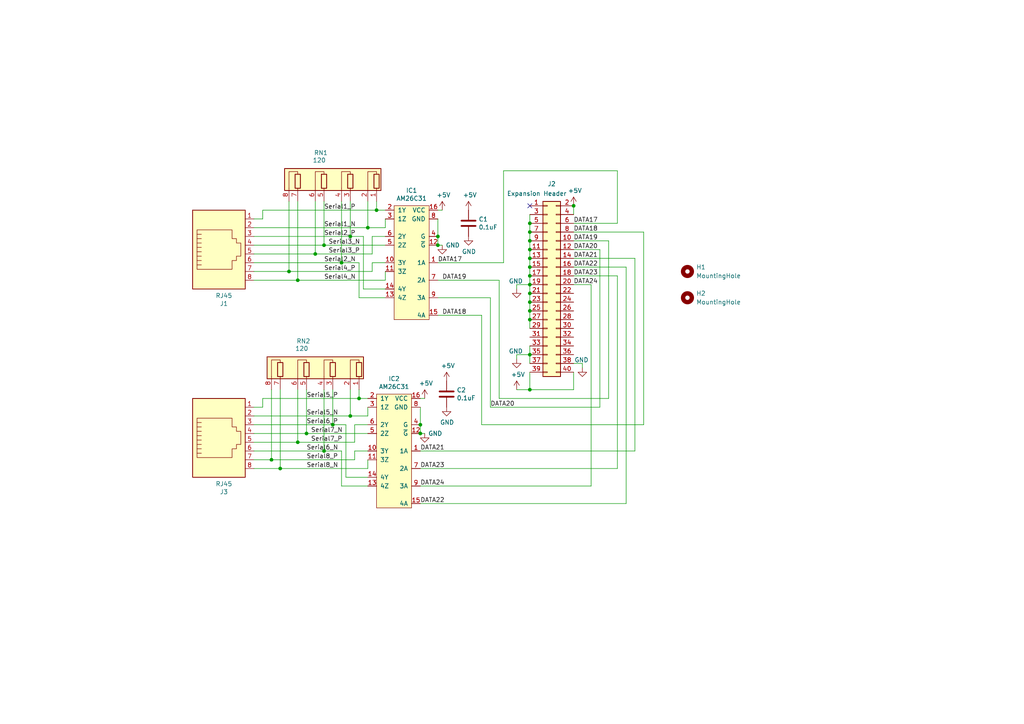
<source format=kicad_sch>
(kicad_sch (version 20231120) (generator "eeschema") (generator_version "8.0")
  (paper "A4")
  (title_block (title "Octo Diff") (date "2024-11-22") (rev "v1") (company "Scott Hanson"))
  (lib_symbols
    (symbol "Connector:RJ45" (pin_names (offset 1.016))
      (property "Reference" "J" (at -5.08 13.97 0))
      (property "Value" "RJ45" (at 2.54 13.97 0))
      (symbol "RJ45_0_1"
        (polyline (pts (xy -5.08 4.445) (xy -6.35 4.445)))
        (polyline (pts (xy -5.08 5.715) (xy -6.35 5.715)))
        (polyline (pts (xy -6.35 -3.175) (xy -5.08 -3.175) (xy -5.08 -3.175)))
        (polyline (pts (xy -6.35 -1.905) (xy -5.08 -1.905) (xy -5.08 -1.905)))
        (polyline (pts (xy -6.35 -0.635) (xy -5.08 -0.635) (xy -5.08 -0.635)))
        (polyline (pts (xy -6.35 0.635) (xy -5.08 0.635) (xy -5.08 0.635)))
        (polyline (pts (xy -6.35 1.905) (xy -5.08 1.905) (xy -5.08 1.905)))
        (polyline (pts (xy -5.08 3.175) (xy -6.35 3.175) (xy -6.35 3.175)))
        (polyline (pts (xy -6.35 -4.445) (xy -6.35 6.985) (xy 3.81 6.985) (xy 3.81 4.445) (xy 5.08 4.445) (xy 5.08 3.175) (xy 6.35 3.175) (xy 6.35 -0.635) (xy 5.08 -0.635) (xy 5.08 -1.905) (xy 3.81 -1.905) (xy 3.81 -4.445) (xy -6.35 -4.445) (xy -6.35 -4.445)))
        (rectangle (start 7.62 12.7) (end -7.62 -10.16) (stroke (width 0.254)) (fill (type background)))
      )
      (symbol "RJ45_1_1"
        (pin passive line (at 10.16 -7.62 180) (length 2.54) (name "~") (number "1"))
        (pin passive line (at 10.16 -5.08 180) (length 2.54) (name "~") (number "2"))
        (pin passive line (at 10.16 -2.54 180) (length 2.54) (name "~") (number "3"))
        (pin passive line (at 10.16 0 180) (length 2.54) (name "~") (number "4"))
        (pin passive line (at 10.16 2.54 180) (length 2.54) (name "~") (number "5"))
        (pin passive line (at 10.16 5.08 180) (length 2.54) (name "~") (number "6"))
        (pin passive line (at 10.16 7.62 180) (length 2.54) (name "~") (number "7"))
        (pin passive line (at 10.16 10.16 180) (length 2.54) (name "~") (number "8"))
      )
    )
    (symbol "Connector_Generic:Conn_02x20_Odd_Even" (pin_names (offset 1.016) hide)
      (property "Reference" "J" (at 1.27 25.4 0))
      (property "Value" "Conn_02x20_Odd_Even" (at 1.27 -27.94 0))
      (symbol "Conn_02x20_Odd_Even_1_1"
        (rectangle (start -1.27 -25.273) (end 0 -25.527) (stroke (width 0.1524)))
        (rectangle (start -1.27 -22.733) (end 0 -22.987) (stroke (width 0.1524)))
        (rectangle (start -1.27 -20.193) (end 0 -20.447) (stroke (width 0.1524)))
        (rectangle (start -1.27 -17.653) (end 0 -17.907) (stroke (width 0.1524)))
        (rectangle (start -1.27 -15.113) (end 0 -15.367) (stroke (width 0.1524)))
        (rectangle (start -1.27 -12.573) (end 0 -12.827) (stroke (width 0.1524)))
        (rectangle (start -1.27 -10.033) (end 0 -10.287) (stroke (width 0.1524)))
        (rectangle (start -1.27 -7.493) (end 0 -7.747) (stroke (width 0.1524)))
        (rectangle (start -1.27 -4.953) (end 0 -5.207) (stroke (width 0.1524)))
        (rectangle (start -1.27 -2.413) (end 0 -2.667) (stroke (width 0.1524)))
        (rectangle (start -1.27 0.127) (end 0 -0.127) (stroke (width 0.1524)))
        (rectangle (start -1.27 2.667) (end 0 2.413) (stroke (width 0.1524)))
        (rectangle (start -1.27 5.207) (end 0 4.953) (stroke (width 0.1524)))
        (rectangle (start -1.27 7.747) (end 0 7.493) (stroke (width 0.1524)))
        (rectangle (start -1.27 10.287) (end 0 10.033) (stroke (width 0.1524)))
        (rectangle (start -1.27 12.827) (end 0 12.573) (stroke (width 0.1524)))
        (rectangle (start -1.27 15.367) (end 0 15.113) (stroke (width 0.1524)))
        (rectangle (start -1.27 17.907) (end 0 17.653) (stroke (width 0.1524)))
        (rectangle (start -1.27 20.447) (end 0 20.193) (stroke (width 0.1524)))
        (rectangle (start -1.27 22.987) (end 0 22.733) (stroke (width 0.1524)))
        (rectangle (start -1.27 24.13) (end 3.81 -26.67) (stroke (width 0.254)) (fill (type background)))
        (rectangle (start 3.81 -25.273) (end 2.54 -25.527) (stroke (width 0.1524)))
        (rectangle (start 3.81 -22.733) (end 2.54 -22.987) (stroke (width 0.1524)))
        (rectangle (start 3.81 -20.193) (end 2.54 -20.447) (stroke (width 0.1524)))
        (rectangle (start 3.81 -17.653) (end 2.54 -17.907) (stroke (width 0.1524)))
        (rectangle (start 3.81 -15.113) (end 2.54 -15.367) (stroke (width 0.1524)))
        (rectangle (start 3.81 -12.573) (end 2.54 -12.827) (stroke (width 0.1524)))
        (rectangle (start 3.81 -10.033) (end 2.54 -10.287) (stroke (width 0.1524)))
        (rectangle (start 3.81 -7.493) (end 2.54 -7.747) (stroke (width 0.1524)))
        (rectangle (start 3.81 -4.953) (end 2.54 -5.207) (stroke (width 0.1524)))
        (rectangle (start 3.81 -2.413) (end 2.54 -2.667) (stroke (width 0.1524)))
        (rectangle (start 3.81 0.127) (end 2.54 -0.127) (stroke (width 0.1524)))
        (rectangle (start 3.81 2.667) (end 2.54 2.413) (stroke (width 0.1524)))
        (rectangle (start 3.81 5.207) (end 2.54 4.953) (stroke (width 0.1524)))
        (rectangle (start 3.81 7.747) (end 2.54 7.493) (stroke (width 0.1524)))
        (rectangle (start 3.81 10.287) (end 2.54 10.033) (stroke (width 0.1524)))
        (rectangle (start 3.81 12.827) (end 2.54 12.573) (stroke (width 0.1524)))
        (rectangle (start 3.81 15.367) (end 2.54 15.113) (stroke (width 0.1524)))
        (rectangle (start 3.81 17.907) (end 2.54 17.653) (stroke (width 0.1524)))
        (rectangle (start 3.81 20.447) (end 2.54 20.193) (stroke (width 0.1524)))
        (rectangle (start 3.81 22.987) (end 2.54 22.733) (stroke (width 0.1524)))
        (pin passive line (at -5.08 22.86 0) (length 3.81) (name "Pin_1") (number "1"))
        (pin passive line (at 7.62 12.7 180) (length 3.81) (name "Pin_10") (number "10"))
        (pin passive line (at -5.08 10.16 0) (length 3.81) (name "Pin_11") (number "11"))
        (pin passive line (at 7.62 10.16 180) (length 3.81) (name "Pin_12") (number "12"))
        (pin passive line (at -5.08 7.62 0) (length 3.81) (name "Pin_13") (number "13"))
        (pin passive line (at 7.62 7.62 180) (length 3.81) (name "Pin_14") (number "14"))
        (pin passive line (at -5.08 5.08 0) (length 3.81) (name "Pin_15") (number "15"))
        (pin passive line (at 7.62 5.08 180) (length 3.81) (name "Pin_16") (number "16"))
        (pin passive line (at -5.08 2.54 0) (length 3.81) (name "Pin_17") (number "17"))
        (pin passive line (at 7.62 2.54 180) (length 3.81) (name "Pin_18") (number "18"))
        (pin passive line (at -5.08 0 0) (length 3.81) (name "Pin_19") (number "19"))
        (pin passive line (at 7.62 22.86 180) (length 3.81) (name "Pin_2") (number "2"))
        (pin passive line (at 7.62 0 180) (length 3.81) (name "Pin_20") (number "20"))
        (pin passive line (at -5.08 -2.54 0) (length 3.81) (name "Pin_21") (number "21"))
        (pin passive line (at 7.62 -2.54 180) (length 3.81) (name "Pin_22") (number "22"))
        (pin passive line (at -5.08 -5.08 0) (length 3.81) (name "Pin_23") (number "23"))
        (pin passive line (at 7.62 -5.08 180) (length 3.81) (name "Pin_24") (number "24"))
        (pin passive line (at -5.08 -7.62 0) (length 3.81) (name "Pin_25") (number "25"))
        (pin passive line (at 7.62 -7.62 180) (length 3.81) (name "Pin_26") (number "26"))
        (pin passive line (at -5.08 -10.16 0) (length 3.81) (name "Pin_27") (number "27"))
        (pin passive line (at 7.62 -10.16 180) (length 3.81) (name "Pin_28") (number "28"))
        (pin passive line (at -5.08 -12.7 0) (length 3.81) (name "Pin_29") (number "29"))
        (pin passive line (at -5.08 20.32 0) (length 3.81) (name "Pin_3") (number "3"))
        (pin passive line (at 7.62 -12.7 180) (length 3.81) (name "Pin_30") (number "30"))
        (pin passive line (at -5.08 -15.24 0) (length 3.81) (name "Pin_31") (number "31"))
        (pin passive line (at 7.62 -15.24 180) (length 3.81) (name "Pin_32") (number "32"))
        (pin passive line (at -5.08 -17.78 0) (length 3.81) (name "Pin_33") (number "33"))
        (pin passive line (at 7.62 -17.78 180) (length 3.81) (name "Pin_34") (number "34"))
        (pin passive line (at -5.08 -20.32 0) (length 3.81) (name "Pin_35") (number "35"))
        (pin passive line (at 7.62 -20.32 180) (length 3.81) (name "Pin_36") (number "36"))
        (pin passive line (at -5.08 -22.86 0) (length 3.81) (name "Pin_37") (number "37"))
        (pin passive line (at 7.62 -22.86 180) (length 3.81) (name "Pin_38") (number "38"))
        (pin passive line (at -5.08 -25.4 0) (length 3.81) (name "Pin_39") (number "39"))
        (pin passive line (at 7.62 20.32 180) (length 3.81) (name "Pin_4") (number "4"))
        (pin passive line (at 7.62 -25.4 180) (length 3.81) (name "Pin_40") (number "40"))
        (pin passive line (at -5.08 17.78 0) (length 3.81) (name "Pin_5") (number "5"))
        (pin passive line (at 7.62 17.78 180) (length 3.81) (name "Pin_6") (number "6"))
        (pin passive line (at -5.08 15.24 0) (length 3.81) (name "Pin_7") (number "7"))
        (pin passive line (at 7.62 15.24 180) (length 3.81) (name "Pin_8") (number "8"))
        (pin passive line (at -5.08 12.7 0) (length 3.81) (name "Pin_9") (number "9"))
      )
    )
    (symbol "Device:C" (pin_numbers hide) (pin_names (offset 0.254))
      (property "Reference" "C" (at 0.635 2.54 0))
      (property "Value" "C" (at 0.635 -2.54 0))
      (symbol "C_0_1"
        (polyline (pts (xy -2.032 -0.762) (xy 2.032 -0.762)) (stroke (width 0.508)))
        (polyline (pts (xy -2.032 0.762) (xy 2.032 0.762)) (stroke (width 0.508)))
      )
      (symbol "C_1_1"
        (pin passive line (at 0 3.81 270) (length 2.794) (name "~") (number "1"))
        (pin passive line (at 0 -3.81 90) (length 2.794) (name "~") (number "2"))
      )
    )
    (symbol "Device:R_Pack04_SIP" (pin_names (offset 0) hide)
      (property "Reference" "RN" (at -15.24 0 90))
      (property "Value" "R_Pack04_SIP" (at 15.24 0 90))
      (symbol "R_Pack04_SIP_0_1"
        (rectangle (start -13.97 -1.905) (end 13.97 4.445) (stroke (width 0.254)) (fill (type background)))
        (rectangle (start -13.462 2.794) (end -11.938 -1.27) (stroke (width 0.254)))
        (rectangle (start -5.842 2.794) (end -4.318 -1.27) (stroke (width 0.254)))
        (polyline (pts (xy -12.7 2.794) (xy -12.7 3.556) (xy -10.16 3.556) (xy -10.16 -1.27)))
        (polyline (pts (xy -5.08 2.794) (xy -5.08 3.556) (xy -2.54 3.556) (xy -2.54 -1.27)))
        (polyline (pts (xy 2.54 2.794) (xy 2.54 3.556) (xy 5.08 3.556) (xy 5.08 -1.27)))
        (polyline (pts (xy 10.16 2.794) (xy 10.16 3.556) (xy 12.7 3.556) (xy 12.7 -1.27)))
        (rectangle (start 1.778 2.794) (end 3.302 -1.27) (stroke (width 0.254)))
        (rectangle (start 9.398 2.794) (end 10.922 -1.27) (stroke (width 0.254)))
      )
      (symbol "R_Pack04_SIP_1_1"
        (pin passive line (at -12.7 -5.08 90) (length 3.81) (name "R1.1") (number "1"))
        (pin passive line (at -10.16 -5.08 90) (length 3.81) (name "R1.2") (number "2"))
        (pin passive line (at -5.08 -5.08 90) (length 3.81) (name "R2.1") (number "3"))
        (pin passive line (at -2.54 -5.08 90) (length 3.81) (name "R2.2") (number "4"))
        (pin passive line (at 2.54 -5.08 90) (length 3.81) (name "R3.1") (number "5"))
        (pin passive line (at 5.08 -5.08 90) (length 3.81) (name "R3.2") (number "6"))
        (pin passive line (at 10.16 -5.08 90) (length 3.81) (name "R4.1") (number "7"))
        (pin passive line (at 12.7 -5.08 90) (length 3.81) (name "R4.2") (number "8"))
      )
    )
    (symbol "Mechanical:MountingHole" (pin_names (offset 1.016)) (exclude_from_sim yes) (in_bom no)
      (property "Reference" "H" (at 0 5.08 0))
      (property "Value" "MountingHole" (at 0 3.175 0))
      (symbol "MountingHole_0_1"
        (circle (center 0 0) (radius 1.27) (stroke (width 1.27)))
      )
    )
    (symbol "Quad_Diff_Out-rescue:AM26C31-AM26C31" (pin_names (offset 1.016))
      (property "Reference" "IC" (at -5.08 17.78 0))
      (property "Value" "AM26C31_AM26C31" (at -5.08 -17.78 0))
      (symbol "AM26C31-AM26C31_0_0"
        (pin input line (at -7.62 0 0) (length 2.54) (name "1A") (number "1"))
        (pin output line (at 7.62 0 180) (length 2.54) (name "3Y") (number "10"))
        (pin output line (at 7.62 -2.54 180) (length 2.54) (name "3Z") (number "11"))
        (pin input line (at -7.62 5.08 0) (length 2.54) (name "~{G}") (number "12"))
        (pin output line (at 7.62 -10.16 180) (length 2.54) (name "4Z") (number "13"))
        (pin output line (at 7.62 -7.62 180) (length 2.54) (name "4Y") (number "14"))
        (pin input line (at -7.62 -15.24 0) (length 2.54) (name "4A") (number "15"))
        (pin power_in line (at -7.62 15.24 0) (length 2.54) (name "VCC") (number "16"))
        (pin output line (at 7.62 15.24 180) (length 2.54) (name "1Y") (number "2"))
        (pin output line (at 7.62 12.7 180) (length 2.54) (name "1Z") (number "3"))
        (pin input line (at -7.62 7.62 0) (length 2.54) (name "G") (number "4"))
        (pin output line (at 7.62 5.08 180) (length 2.54) (name "2Z") (number "5"))
        (pin output line (at 7.62 7.62 180) (length 2.54) (name "2Y") (number "6"))
        (pin input line (at -7.62 -5.08 0) (length 2.54) (name "2A") (number "7"))
        (pin power_in line (at -7.62 12.7 0) (length 2.54) (name "GND") (number "8"))
        (pin input line (at -7.62 -10.16 0) (length 2.54) (name "3A") (number "9"))
      )
      (symbol "AM26C31-AM26C31_0_1"
        (rectangle (start -5.08 16.51) (end 5.08 -16.51) (fill (type background)))
      )
    )
    (symbol "power:+5V" (power) (pin_names (offset 0))
      (property "Value" "+5V" (at 0 3.556 0))
      (symbol "+5V_0_1"
        (polyline (pts (xy -0.762 1.27) (xy 0 2.54)))
        (polyline (pts (xy 0 0) (xy 0 2.54)))
        (polyline (pts (xy 0 2.54) (xy 0.762 1.27)))
      )
      (symbol "+5V_1_1"
        (pin power_in line (at 0 0 90) (length 0) hide (name "+5V") (number "1"))
      )
    )
    (symbol "power:GND" (power) (pin_names (offset 0))
      (property "Value" "GND" (at 0 -3.81 0))
      (symbol "GND_0_1"
        (polyline (pts (xy 0 0) (xy 0 -1.27) (xy 1.27 -1.27) (xy 0 -2.54) (xy -1.27 -1.27) (xy 0 -1.27)))
      )
      (symbol "GND_1_1"
        (pin power_in line (at 0 0 270) (length 0) hide (name "GND") (number "1"))
      )
    )
  )
  (junction (at 81.28 135.89))
  (junction (at 93.98 71.12))
  (junction (at 83.82 78.74))
  (junction (at 106.68 66.04))
  (junction (at 127 71.12))
  (junction (at 88.9 125.73))
  (junction (at 91.44 73.66))
  (junction (at 153.67 64.77))
  (junction (at 101.6 120.65))
  (junction (at 109.22 60.96))
  (junction (at 153.67 102.87))
  (junction (at 153.67 69.85))
  (junction (at 96.52 123.19))
  (junction (at 86.36 81.28))
  (junction (at 127 68.58))
  (junction (at 104.14 115.57))
  (junction (at 86.36 128.27))
  (junction (at 153.67 113.03))
  (junction (at 153.67 72.39))
  (junction (at 121.92 123.19))
  (junction (at 153.67 90.17))
  (junction (at 153.67 80.01))
  (junction (at 153.67 77.47))
  (junction (at 153.67 74.93))
  (junction (at 121.92 125.73))
  (junction (at 153.67 82.55))
  (junction (at 78.74 133.35))
  (junction (at 153.67 67.31))
  (junction (at 153.67 92.71))
  (junction (at 93.98 130.81))
  (junction (at 153.67 87.63))
  (junction (at 101.6 68.58))
  (junction (at 166.37 59.69))
  (junction (at 99.06 76.2))
  (junction (at 153.67 85.09))
  (no_connect (at 153.67 59.69))
  (wire (pts (xy 104.14 86.36) (xy 111.76 86.36)))
  (wire (pts (xy 176.53 69.85) (xy 176.53 115.57)))
  (wire (pts (xy 106.68 58.42) (xy 106.68 66.04)))
  (wire (pts (xy 144.78 115.57) (xy 176.53 115.57)))
  (wire (pts (xy 184.15 74.93) (xy 184.15 130.81)))
  (wire (pts (xy 153.67 92.71) (xy 153.67 95.25)))
  (wire (pts (xy 99.06 76.2) (xy 104.14 76.2)))
  (wire (pts (xy 73.66 76.2) (xy 99.06 76.2)))
  (wire (pts (xy 99.06 58.42) (xy 99.06 76.2)))
  (wire (pts (xy 171.45 82.55) (xy 166.37 82.55)))
  (wire (pts (xy 166.37 59.69) (xy 166.37 62.23)))
  (wire (pts (xy 96.52 123.19) (xy 100.33 123.19)))
  (wire (pts (xy 102.87 133.35) (xy 102.87 130.81)))
  (wire (pts (xy 153.67 67.31) (xy 153.67 69.85)))
  (wire (pts (xy 73.66 78.74) (xy 83.82 78.74)))
  (wire (pts (xy 73.66 63.5) (xy 76.2 63.5)))
  (wire (pts (xy 93.98 113.03) (xy 93.98 130.81)))
  (wire (pts (xy 106.68 120.65) (xy 106.68 118.11)))
  (wire (pts (xy 166.37 74.93) (xy 184.15 74.93)))
  (wire (pts (xy 153.67 87.63) (xy 153.67 90.17)))
  (wire (pts (xy 86.36 113.03) (xy 86.36 128.27)))
  (wire (pts (xy 100.33 123.19) (xy 100.33 138.43)))
  (wire (pts (xy 105.41 68.58) (xy 105.41 83.82)))
  (wire (pts (xy 86.36 58.42) (xy 86.36 81.28)))
  (wire (pts (xy 144.78 115.57) (xy 144.78 81.28)))
  (wire (pts (xy 101.6 58.42) (xy 101.6 68.58)))
  (wire (pts (xy 166.37 64.77) (xy 179.07 64.77)))
  (wire (pts (xy 153.67 85.09) (xy 153.67 87.63)))
  (wire (pts (xy 146.05 49.53) (xy 179.07 49.53)))
  (wire (pts (xy 106.68 135.89) (xy 81.28 135.89)))
  (wire (pts (xy 153.67 107.95) (xy 153.67 113.03)))
  (wire (pts (xy 153.67 69.85) (xy 153.67 72.39)))
  (wire (pts (xy 78.74 133.35) (xy 102.87 133.35)))
  (wire (pts (xy 73.66 118.11) (xy 76.2 118.11)))
  (wire (pts (xy 153.67 77.47) (xy 153.67 80.01)))
  (wire (pts (xy 73.66 71.12) (xy 93.98 71.12)))
  (wire (pts (xy 91.44 58.42) (xy 91.44 73.66)))
  (wire (pts (xy 121.92 130.81) (xy 184.15 130.81)))
  (wire (pts (xy 166.37 77.47) (xy 181.61 77.47)))
  (wire (pts (xy 142.24 86.36) (xy 127 86.36)))
  (wire (pts (xy 153.67 113.03) (xy 166.37 113.03)))
  (wire (pts (xy 121.92 140.97) (xy 171.45 140.97)))
  (wire (pts (xy 166.37 105.41) (xy 168.91 105.41)))
  (wire (pts (xy 149.86 102.87) (xy 153.67 102.87)))
  (wire (pts (xy 127 63.5) (xy 127 68.58)))
  (wire (pts (xy 142.24 118.11) (xy 173.99 118.11)))
  (wire (pts (xy 142.24 118.11) (xy 142.24 86.36)))
  (wire (pts (xy 153.67 64.77) (xy 153.67 67.31)))
  (wire (pts (xy 83.82 78.74) (xy 107.95 78.74)))
  (wire (pts (xy 171.45 82.55) (xy 171.45 140.97)))
  (wire (pts (xy 153.67 82.55) (xy 153.67 85.09)))
  (wire (pts (xy 101.6 120.65) (xy 106.68 120.65)))
  (wire (pts (xy 83.82 58.42) (xy 83.82 78.74)))
  (wire (pts (xy 93.98 130.81) (xy 99.06 130.81)))
  (wire (pts (xy 104.14 113.03) (xy 104.14 115.57)))
  (wire (pts (xy 128.27 71.12) (xy 127 71.12)))
  (wire (pts (xy 149.86 82.55) (xy 149.86 83.82)))
  (wire (pts (xy 102.87 130.81) (xy 106.68 130.81)))
  (wire (pts (xy 101.6 113.03) (xy 101.6 120.65)))
  (wire (pts (xy 179.07 80.01) (xy 179.07 135.89)))
  (wire (pts (xy 153.67 100.33) (xy 153.67 102.87)))
  (wire (pts (xy 153.67 62.23) (xy 153.67 64.77)))
  (wire (pts (xy 73.66 125.73) (xy 88.9 125.73)))
  (wire (pts (xy 106.68 115.57) (xy 104.14 115.57)))
  (wire (pts (xy 166.37 80.01) (xy 179.07 80.01)))
  (wire (pts (xy 166.37 67.31) (xy 186.69 67.31)))
  (wire (pts (xy 173.99 72.39) (xy 173.99 118.11)))
  (wire (pts (xy 73.66 133.35) (xy 78.74 133.35)))
  (wire (pts (xy 73.66 120.65) (xy 101.6 120.65)))
  (wire (pts (xy 81.28 135.89) (xy 73.66 135.89)))
  (wire (pts (xy 96.52 113.03) (xy 96.52 123.19)))
  (wire (pts (xy 107.95 76.2) (xy 111.76 76.2)))
  (wire (pts (xy 168.91 105.41) (xy 168.91 106.68)))
  (wire (pts (xy 88.9 113.03) (xy 88.9 125.73)))
  (wire (pts (xy 73.66 123.19) (xy 96.52 123.19)))
  (wire (pts (xy 121.92 123.19) (xy 121.92 125.73)))
  (wire (pts (xy 93.98 71.12) (xy 111.76 71.12)))
  (wire (pts (xy 146.05 76.2) (xy 146.05 49.53)))
  (wire (pts (xy 99.06 140.97) (xy 106.68 140.97)))
  (wire (pts (xy 73.66 66.04) (xy 106.68 66.04)))
  (wire (pts (xy 111.76 60.96) (xy 109.22 60.96)))
  (wire (pts (xy 99.06 130.81) (xy 99.06 140.97)))
  (wire (pts (xy 149.86 113.03) (xy 153.67 113.03)))
  (wire (pts (xy 166.37 107.95) (xy 166.37 113.03)))
  (wire (pts (xy 100.33 138.43) (xy 106.68 138.43)))
  (wire (pts (xy 76.2 60.96) (xy 76.2 63.5)))
  (wire (pts (xy 107.95 78.74) (xy 107.95 76.2)))
  (wire (pts (xy 102.87 128.27) (xy 102.87 123.19)))
  (wire (pts (xy 88.9 125.73) (xy 106.68 125.73)))
  (wire (pts (xy 166.37 72.39) (xy 173.99 72.39)))
  (wire (pts (xy 106.68 133.35) (xy 106.68 135.89)))
  (wire (pts (xy 76.2 60.96) (xy 109.22 60.96)))
  (wire (pts (xy 73.66 73.66) (xy 91.44 73.66)))
  (wire (pts (xy 107.95 73.66) (xy 107.95 68.58)))
  (wire (pts (xy 105.41 83.82) (xy 111.76 83.82)))
  (wire (pts (xy 153.67 72.39) (xy 153.67 74.93)))
  (wire (pts (xy 86.36 81.28) (xy 73.66 81.28)))
  (wire (pts (xy 109.22 58.42) (xy 109.22 60.96)))
  (wire (pts (xy 111.76 78.74) (xy 111.76 81.28)))
  (wire (pts (xy 76.2 115.57) (xy 76.2 118.11)))
  (wire (pts (xy 111.76 81.28) (xy 86.36 81.28)))
  (wire (pts (xy 153.67 90.17) (xy 153.67 92.71)))
  (wire (pts (xy 111.76 68.58) (xy 107.95 68.58)))
  (wire (pts (xy 139.7 91.44) (xy 139.7 123.19)))
  (wire (pts (xy 153.67 102.87) (xy 153.67 105.41)))
  (wire (pts (xy 149.86 82.55) (xy 153.67 82.55)))
  (wire (pts (xy 73.66 68.58) (xy 101.6 68.58)))
  (wire (pts (xy 181.61 77.47) (xy 181.61 146.05)))
  (wire (pts (xy 78.74 113.03) (xy 78.74 133.35)))
  (wire (pts (xy 121.92 115.57) (xy 123.19 115.57)))
  (wire (pts (xy 104.14 76.2) (xy 104.14 86.36)))
  (wire (pts (xy 186.69 67.31) (xy 186.69 123.19)))
  (wire (pts (xy 86.36 128.27) (xy 102.87 128.27)))
  (wire (pts (xy 91.44 73.66) (xy 107.95 73.66)))
  (wire (pts (xy 121.92 146.05) (xy 181.61 146.05)))
  (wire (pts (xy 123.19 125.73) (xy 121.92 125.73)))
  (wire (pts (xy 149.86 102.87) (xy 149.86 104.14)))
  (wire (pts (xy 106.68 66.04) (xy 111.76 66.04)))
  (wire (pts (xy 111.76 66.04) (xy 111.76 63.5)))
  (wire (pts (xy 121.92 135.89) (xy 179.07 135.89)))
  (wire (pts (xy 127 60.96) (xy 128.27 60.96)))
  (wire (pts (xy 166.37 69.85) (xy 176.53 69.85)))
  (wire (pts (xy 179.07 64.77) (xy 179.07 49.53)))
  (wire (pts (xy 127 91.44) (xy 139.7 91.44)))
  (wire (pts (xy 121.92 118.11) (xy 121.92 123.19)))
  (wire (pts (xy 153.67 74.93) (xy 153.67 77.47)))
  (wire (pts (xy 139.7 123.19) (xy 186.69 123.19)))
  (wire (pts (xy 144.78 81.28) (xy 127 81.28)))
  (wire (pts (xy 81.28 113.03) (xy 81.28 135.89)))
  (wire (pts (xy 106.68 123.19) (xy 102.87 123.19)))
  (wire (pts (xy 73.66 130.81) (xy 93.98 130.81)))
  (wire (pts (xy 101.6 68.58) (xy 105.41 68.58)))
  (wire (pts (xy 153.67 80.01) (xy 153.67 82.55)))
  (wire (pts (xy 73.66 128.27) (xy 86.36 128.27)))
  (wire (pts (xy 127 76.2) (xy 146.05 76.2)))
  (wire (pts (xy 76.2 115.57) (xy 104.14 115.57)))
  (wire (pts (xy 127 68.58) (xy 127 71.12)))
  (wire (pts (xy 93.98 58.42) (xy 93.98 71.12)))
  (label "DATA19" (at 128.27 81.28 0))
  (label "Serial7_P" (at 90.17 128.27 0))
  (label "DATA22" (at 121.92 146.05 0))
  (label "Serial5_N" (at 88.9 120.65 0))
  (label "DATA19" (at 166.37 69.85 0))
  (label "DATA17" (at 127 76.2 0))
  (label "Serial8_N" (at 88.9 135.89 0))
  (label "Serial4_N" (at 93.98 81.28 0))
  (label "Serial2_N" (at 93.98 76.2 0))
  (label "Serial6_N" (at 88.9 130.81 0))
  (label "Serial7_N" (at 90.17 125.73 0))
  (label "Serial6_P" (at 88.9 123.19 0))
  (label "Serial3_P" (at 95.25 73.66 0))
  (label "Serial5_P" (at 88.9 115.57 0))
  (label "DATA21" (at 166.37 74.93 0))
  (label "Serial2_P" (at 93.98 68.58 0))
  (label "DATA24" (at 121.92 140.97 0))
  (label "Serial8_P" (at 88.9 133.35 0))
  (label "DATA18" (at 128.27 91.44 0))
  (label "DATA23" (at 166.37 80.01 0))
  (label "DATA18" (at 166.37 67.31 0))
  (label "Serial4_P" (at 93.98 78.74 0))
  (label "DATA24" (at 166.37 82.55 0))
  (label "DATA20" (at 166.37 72.39 0))
  (label "Serial1_P" (at 93.98 60.96 0))
  (label "DATA22" (at 166.37 77.47 0))
  (label "Serial1_N" (at 93.98 66.04 0))
  (label "DATA20" (at 142.24 118.11 0))
  (label "Serial3_N" (at 95.25 71.12 0))
  (label "DATA17" (at 166.37 64.77 0))
  (label "DATA23" (at 121.92 135.89 0))
  (label "DATA21" (at 121.92 130.81 0))
  (symbol (lib_id "Device:C") (at 135.89 64.77 0) (unit 1)
    (property "Reference" "C1" (at 138.811 63.6016 0) (effects (justify left)))
    (property "Value" "0.1uF" (at 138.811 65.913 0) (effects (justify left)))
    (property "Footprint" "Capacitor_THT:C_Rect_L7.0mm_W2.0mm_P5.00mm" (effects (hide yes)))
    (property "Digikey PN" "478-7336-1-ND" (effects (hide yes)))
  )
  (symbol (lib_id "Connector:RJ45") (at 63.5 71.12 0) (mirror x) (unit 1)
    (property "Reference" "J1" (at 64.9478 88.0618 0))
    (property "Value" "RJ45" (at 64.9478 85.7504 0))
    (property "Footprint" "Connector_RJ:RJ45_Amphenol_54602-x08_Horizontal" (effects (hide yes)))
    (property "Digikey PN" "AE10392-ND" (effects (hide yes)))
  )
  (symbol (lib_id "power:+5V") (at 166.37 59.69 0) (unit 1)
    (property "Reference" "#PWR014" (effects (hide yes)))
    (property "Value" "+5V" (at 166.751 55.2958 0))
  )
  (symbol (lib_id "power:+5V") (at 135.89 60.96 0) (unit 1)
    (property "Reference" "#PWR015" (effects (hide yes)))
    (property "Value" "+5V" (at 136.271 56.5658 0))
  )
  (symbol (lib_id "power:GND") (at 135.89 68.58 0) (unit 1)
    (property "Reference" "#PWR016" (effects (hide yes)))
    (property "Value" "GND" (at 136.017 72.9742 0))
  )
  (symbol (lib_id "power:GND") (at 149.86 83.82 0) (unit 1)
    (property "Reference" "#PWR013" (effects (hide yes)))
    (property "Value" "GND" (at 149.606 81.534 0))
  )
  (symbol (lib_id "Quad_Diff_Out-rescue:AM26C31-AM26C31") (at 119.38 76.2 0) (mirror y) (unit 1)
    (property "Reference" "IC1" (at 119.38 55.245 0))
    (property "Value" "AM26C31" (at 119.38 57.5564 0))
    (property "Footprint" "Package_DIP:DIP-16_W7.62mm" (effects (hide yes)))
    (property "Datasheet" "http://www.ti.com.cn/cn/lit/ds/symlink/am26c31.pdf" (effects (hide yes)))
    (property "Farnell" "4975637" (effects (hide yes)))
    (property "Digikey PN" "296-6785-5-ND" (effects (hide yes)))
  )
  (symbol (lib_id "power:+5V") (at 128.27 60.96 0) (unit 1)
    (property "Reference" "#PWR01" (effects (hide yes)))
    (property "Value" "+5V" (at 128.651 56.5658 0))
  )
  (symbol (lib_id "power:GND") (at 128.27 71.12 0) (unit 1)
    (property "Reference" "#PWR04" (effects (hide yes)))
    (property "Value" "GND" (at 131.318 71.12 0))
  )
  (symbol (lib_id "Device:R_Pack04_SIP") (at 96.52 53.34 0) (mirror y) (unit 1)
    (property "Reference" "RN1" (at 91.059 44.323 0) (effects (justify right)))
    (property "Value" "120" (at 90.678 46.482 0) (effects (justify right)))
    (property "Footprint" "Resistor_THT:R_Array_SIP8" (effects (hide yes)))
    (property "Datasheet" "http://www.vishay.com/docs/31509/csc.pdf" (effects (hide yes)))
    (property "Digikey PN" "4608X-2-121LF-ND" (effects (hide yes)))
  )
  (symbol (lib_id "power:+5V") (at 123.19 115.57 0) (unit 1)
    (property "Reference" "#PWR02" (effects (hide yes)))
    (property "Value" "+5V" (at 123.571 111.1758 0))
  )
  (symbol (lib_id "Quad_Diff_Out-rescue:AM26C31-AM26C31") (at 114.3 130.81 0) (mirror y) (unit 1)
    (property "Reference" "IC2" (at 114.3 109.855 0))
    (property "Value" "AM26C31" (at 114.3 112.1664 0))
    (property "Footprint" "Package_DIP:DIP-16_W7.62mm" (effects (hide yes)))
    (property "Datasheet" "http://www.ti.com.cn/cn/lit/ds/symlink/am26c31.pdf" (effects (hide yes)))
    (property "Farnell" "4975637" (effects (hide yes)))
    (property "Digikey PN" "296-6785-5-ND" (effects (hide yes)))
  )
  (symbol (lib_id "power:GND") (at 123.19 125.73 0) (unit 1)
    (property "Reference" "#PWR03" (effects (hide yes)))
    (property "Value" "GND" (at 126.238 125.73 0))
  )
  (symbol (lib_id "power:+5V") (at 149.86 113.03 0) (unit 1)
    (property "Reference" "#PWR09" (effects (hide yes)))
    (property "Value" "+5V" (at 150.241 108.6358 0))
  )
  (symbol (lib_id "power:GND") (at 168.91 106.68 0) (unit 1)
    (property "Reference" "#PWR06" (effects (hide yes)))
    (property "Value" "GND" (at 168.656 104.394 0))
  )
  (symbol (lib_id "Mechanical:MountingHole") (at 199.39 78.74 0) (unit 1) (exclude_from_sim yes) (in_bom no)
    (property "Reference" "H1" (at 201.93 77.4699 0) (effects (justify left)))
    (property "Value" "MountingHole" (at 201.93 80.0099 0) (effects (justify left)))
    (property "Footprint" "MountingHole:MountingHole_3.2mm_M3" (effects (hide yes)))
    (property "Description" "Mounting Hole without connection" (effects (hide yes)))
  )
  (symbol (lib_id "Connector:RJ45") (at 63.5 125.73 0) (mirror x) (unit 1)
    (property "Reference" "J3" (at 64.9478 142.6718 0))
    (property "Value" "RJ45" (at 64.9478 140.3604 0))
    (property "Footprint" "Connector_RJ:RJ45_Amphenol_54602-x08_Horizontal" (effects (hide yes)))
    (property "Digikey PN" "AE10392-ND" (effects (hide yes)))
  )
  (symbol (lib_id "power:+5V") (at 129.54 110.49 0) (unit 1)
    (property "Reference" "#PWR07" (effects (hide yes)))
    (property "Value" "+5V" (at 129.921 106.0958 0))
  )
  (symbol (lib_id "Device:R_Pack04_SIP") (at 91.44 107.95 0) (mirror y) (unit 1)
    (property "Reference" "RN2" (at 85.979 98.933 0) (effects (justify right)))
    (property "Value" "120" (at 85.598 101.092 0) (effects (justify right)))
    (property "Footprint" "Resistor_THT:R_Array_SIP8" (effects (hide yes)))
    (property "Datasheet" "http://www.vishay.com/docs/31509/csc.pdf" (effects (hide yes)))
    (property "Digikey PN" "4608X-2-121LF-ND" (effects (hide yes)))
  )
  (symbol (lib_id "Device:C") (at 129.54 114.3 0) (unit 1)
    (property "Reference" "C2" (at 132.461 113.1316 0) (effects (justify left)))
    (property "Value" "0.1uF" (at 132.461 115.443 0) (effects (justify left)))
    (property "Footprint" "Capacitor_THT:C_Rect_L7.0mm_W2.0mm_P5.00mm" (effects (hide yes)))
    (property "Digikey PN" "478-7336-1-ND" (effects (hide yes)))
  )
  (symbol (lib_id "Connector_Generic:Conn_02x20_Odd_Even") (at 158.75 82.55 0) (unit 1)
    (property "Reference" "J2" (at 160.02 53.34 0))
    (property "Value" "Expansion Header" (at 155.702 56.134 0))
    (property "Footprint" "Connector_PinSocket_2.54mm:PinSocket_2x20_P2.54mm_Vertical" (effects (hide yes)))
    (property "Description" "Generic connector, double row, 02x20, odd/even pin numbering scheme (row 1 odd numbers, row 2 even numbers), script generated (kicad-library-utils/schlib/autogen/connector/)" (effects (hide yes)))
  )
  (symbol (lib_id "Mechanical:MountingHole") (at 199.39 86.36 0) (unit 1) (exclude_from_sim yes) (in_bom no)
    (property "Reference" "H2" (at 201.93 85.0899 0) (effects (justify left)))
    (property "Value" "MountingHole" (at 201.93 87.6299 0) (effects (justify left)))
    (property "Footprint" "MountingHole:MountingHole_3.2mm_M3" (effects (hide yes)))
    (property "Description" "Mounting Hole without connection" (effects (hide yes)))
  )
  (symbol (lib_id "power:GND") (at 129.54 118.11 0) (unit 1)
    (property "Reference" "#PWR08" (effects (hide yes)))
    (property "Value" "GND" (at 129.667 122.5042 0))
  )
  (symbol (lib_id "power:GND") (at 149.86 104.14 0) (unit 1)
    (property "Reference" "#PWR05" (effects (hide yes)))
    (property "Value" "GND" (at 149.606 101.854 0))
  )
)
</source>
